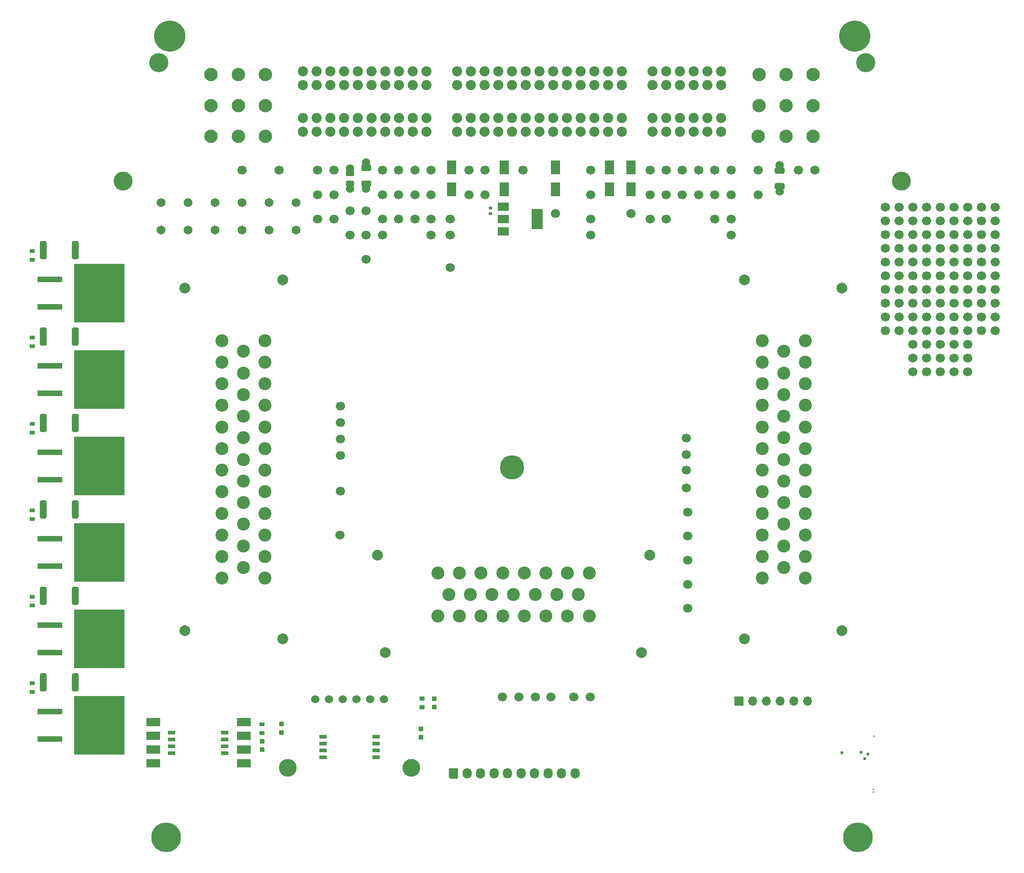
<source format=gts>
G04 #@! TF.GenerationSoftware,KiCad,Pcbnew,(5.99.0-13086-gffd1139cfe)*
G04 #@! TF.CreationDate,2021-11-14T02:18:31+03:00*
G04 #@! TF.ProjectId,proteusM54,70726f74-6575-4734-9d35-342e6b696361,a*
G04 #@! TF.SameCoordinates,PX4d3f640PYcfb5d40*
G04 #@! TF.FileFunction,Soldermask,Top*
G04 #@! TF.FilePolarity,Negative*
%FSLAX46Y46*%
G04 Gerber Fmt 4.6, Leading zero omitted, Abs format (unit mm)*
G04 Created by KiCad (PCBNEW (5.99.0-13086-gffd1139cfe)) date 2021-11-14 02:18:31*
%MOMM*%
%LPD*%
G01*
G04 APERTURE LIST*
%ADD10R,1.800000X2.500000*%
%ADD11R,4.600000X1.100000*%
%ADD12R,9.400000X10.800000*%
%ADD13C,1.700000*%
%ADD14C,5.500000*%
%ADD15R,1.700000X1.700000*%
%ADD16O,1.700000X1.700000*%
%ADD17C,1.650000*%
%ADD18C,2.475000*%
%ADD19C,1.875000*%
%ADD20C,3.525000*%
%ADD21C,5.775000*%
%ADD22C,4.500000*%
%ADD23C,3.302000*%
%ADD24R,1.350000X0.690000*%
%ADD25C,1.524000*%
%ADD26R,2.000000X1.500000*%
%ADD27R,2.000000X3.800000*%
%ADD28O,0.250000X0.499999*%
%ADD29O,0.499999X0.250000*%
%ADD30C,0.599999*%
%ADD31C,3.500000*%
%ADD32R,2.540000X1.520000*%
%ADD33C,2.000000*%
%ADD34C,2.400000*%
%ADD35O,1.700000X1.950000*%
G04 APERTURE END LIST*
D10*
G04 #@! TO.C,D2*
X109000000Y126500000D03*
X109000000Y130500000D03*
G04 #@! TD*
D11*
G04 #@! TO.C,Q1*
X5425000Y93765000D03*
D12*
X14575000Y91225000D03*
D11*
X5425000Y88685000D03*
G04 #@! TD*
D13*
G04 #@! TO.C,P17*
X125500000Y130000000D03*
G04 #@! TD*
G04 #@! TO.C,P68*
X123220000Y80424000D03*
G04 #@! TD*
D11*
G04 #@! TO.C,Q3*
X5425000Y29765000D03*
D12*
X14575000Y27225000D03*
D11*
X5425000Y24685000D03*
G04 #@! TD*
D13*
G04 #@! TO.C,P38*
X70000000Y125500000D03*
G04 #@! TD*
G04 #@! TO.C,R11*
G36*
G01*
X3625000Y113800000D02*
X3625000Y116650000D01*
G75*
G02*
X3875000Y116900000I250000J0D01*
G01*
X4600000Y116900000D01*
G75*
G02*
X4850000Y116650000I0J-250000D01*
G01*
X4850000Y113800000D01*
G75*
G02*
X4600000Y113550000I-250000J0D01*
G01*
X3875000Y113550000D01*
G75*
G02*
X3625000Y113800000I0J250000D01*
G01*
G37*
G36*
G01*
X9550000Y113800000D02*
X9550000Y116650000D01*
G75*
G02*
X9800000Y116900000I250000J0D01*
G01*
X10525000Y116900000D01*
G75*
G02*
X10775000Y116650000I0J-250000D01*
G01*
X10775000Y113800000D01*
G75*
G02*
X10525000Y113550000I-250000J0D01*
G01*
X9800000Y113550000D01*
G75*
G02*
X9550000Y113800000I0J250000D01*
G01*
G37*
G04 #@! TD*
G04 #@! TO.C,G2*
X175290000Y100330000D03*
X175290000Y102870000D03*
X175290000Y105410000D03*
X175290000Y107950000D03*
X175290000Y110490000D03*
X177830000Y100330000D03*
X177830000Y102870000D03*
X177830000Y105410000D03*
X177830000Y107950000D03*
X177830000Y110490000D03*
X180370000Y100330000D03*
X180370000Y102870000D03*
X180370000Y105410000D03*
X180370000Y107950000D03*
X180370000Y110490000D03*
G04 #@! TD*
G04 #@! TO.C,P56*
X70000000Y121000000D03*
G04 #@! TD*
G04 #@! TO.C,R16*
G36*
G01*
X87185000Y121720000D02*
X86815000Y121720000D01*
G75*
G02*
X86680000Y121855000I0J135000D01*
G01*
X86680000Y122125000D01*
G75*
G02*
X86815000Y122260000I135000J0D01*
G01*
X87185000Y122260000D01*
G75*
G02*
X87320000Y122125000I0J-135000D01*
G01*
X87320000Y121855000D01*
G75*
G02*
X87185000Y121720000I-135000J0D01*
G01*
G37*
G36*
G01*
X87185000Y122740000D02*
X86815000Y122740000D01*
G75*
G02*
X86680000Y122875000I0J135000D01*
G01*
X86680000Y123145000D01*
G75*
G02*
X86815000Y123280000I135000J0D01*
G01*
X87185000Y123280000D01*
G75*
G02*
X87320000Y123145000I0J-135000D01*
G01*
X87320000Y122875000D01*
G75*
G02*
X87185000Y122740000I-135000J0D01*
G01*
G37*
G04 #@! TD*
G04 #@! TO.C,P72*
X95280000Y32512000D03*
G04 #@! TD*
G04 #@! TO.C,P34*
X86000000Y130000000D03*
G04 #@! TD*
G04 #@! TO.C,R2*
G36*
G01*
X2590000Y97075000D02*
X1810000Y97075000D01*
G75*
G02*
X1740000Y97145000I0J70000D01*
G01*
X1740000Y97705000D01*
G75*
G02*
X1810000Y97775000I70000J0D01*
G01*
X2590000Y97775000D01*
G75*
G02*
X2660000Y97705000I0J-70000D01*
G01*
X2660000Y97145000D01*
G75*
G02*
X2590000Y97075000I-70000J0D01*
G01*
G37*
G36*
G01*
X2590000Y98675000D02*
X1810000Y98675000D01*
G75*
G02*
X1740000Y98745000I0J70000D01*
G01*
X1740000Y99305000D01*
G75*
G02*
X1810000Y99375000I70000J0D01*
G01*
X2590000Y99375000D01*
G75*
G02*
X2660000Y99305000I0J-70000D01*
G01*
X2660000Y98745000D01*
G75*
G02*
X2590000Y98675000I-70000J0D01*
G01*
G37*
G04 #@! TD*
G04 #@! TO.C,P83*
X59100000Y62500000D03*
G04 #@! TD*
G04 #@! TO.C,P59*
X58000000Y130000000D03*
G04 #@! TD*
G04 #@! TO.C,P82*
X59212000Y70612000D03*
G04 #@! TD*
G04 #@! TO.C,G8*
X175290000Y113030000D03*
X175290000Y115570000D03*
X175290000Y118110000D03*
X175290000Y120650000D03*
X175290000Y123190000D03*
X177830000Y113030000D03*
X177830000Y115570000D03*
X177830000Y118110000D03*
X177830000Y120650000D03*
X177830000Y123190000D03*
X180370000Y113030000D03*
X180370000Y115570000D03*
X180370000Y118110000D03*
X180370000Y120650000D03*
X180370000Y123190000D03*
G04 #@! TD*
D14*
G04 #@! TO.C,J5*
X27000000Y6500000D03*
G04 #@! TD*
D15*
G04 #@! TO.C,J3*
X132950000Y31750000D03*
D16*
X135490000Y31750000D03*
X138030000Y31750000D03*
X140570000Y31750000D03*
X143110000Y31750000D03*
X145650000Y31750000D03*
G04 #@! TD*
D17*
G04 #@! TO.C,F7*
X46000000Y124040000D03*
X46000000Y118960000D03*
G04 #@! TD*
D13*
G04 #@! TO.C,P55*
X73000000Y130000000D03*
G04 #@! TD*
G04 #@! TO.C,C4*
G36*
G01*
X76940000Y30184999D02*
X76260000Y30184999D01*
G75*
G02*
X76175000Y30269999I0J85000D01*
G01*
X76175000Y30949999D01*
G75*
G02*
X76260000Y31034999I85000J0D01*
G01*
X76940000Y31034999D01*
G75*
G02*
X77025000Y30949999I0J-85000D01*
G01*
X77025000Y30269999D01*
G75*
G02*
X76940000Y30184999I-85000J0D01*
G01*
G37*
G36*
G01*
X76940000Y31765001D02*
X76260000Y31765001D01*
G75*
G02*
X76175000Y31850001I0J85000D01*
G01*
X76175000Y32530001D01*
G75*
G02*
X76260000Y32615001I85000J0D01*
G01*
X76940000Y32615001D01*
G75*
G02*
X77025000Y32530001I0J-85000D01*
G01*
X77025000Y31850001D01*
G75*
G02*
X76940000Y31765001I-85000J0D01*
G01*
G37*
G04 #@! TD*
G04 #@! TO.C,P80*
X59212000Y83312000D03*
G04 #@! TD*
D10*
G04 #@! TO.C,D3*
X99000000Y126500000D03*
X99000000Y130500000D03*
G04 #@! TD*
D13*
G04 #@! TO.C,P78*
X59212000Y86360000D03*
G04 #@! TD*
G04 #@! TO.C,P76*
X102392000Y32512000D03*
G04 #@! TD*
G04 #@! TO.C,P50*
X67000000Y125500000D03*
G04 #@! TD*
G04 #@! TO.C,P71*
X123500000Y66700000D03*
G04 #@! TD*
G04 #@! TO.C,R13*
G36*
G01*
X3625000Y65800000D02*
X3625000Y68650000D01*
G75*
G02*
X3875000Y68900000I250000J0D01*
G01*
X4600000Y68900000D01*
G75*
G02*
X4850000Y68650000I0J-250000D01*
G01*
X4850000Y65800000D01*
G75*
G02*
X4600000Y65550000I-250000J0D01*
G01*
X3875000Y65550000D01*
G75*
G02*
X3625000Y65800000I0J250000D01*
G01*
G37*
G36*
G01*
X9550000Y65800000D02*
X9550000Y68650000D01*
G75*
G02*
X9800000Y68900000I250000J0D01*
G01*
X10525000Y68900000D01*
G75*
G02*
X10775000Y68650000I0J-250000D01*
G01*
X10775000Y65800000D01*
G75*
G02*
X10525000Y65550000I-250000J0D01*
G01*
X9800000Y65550000D01*
G75*
G02*
X9550000Y65800000I0J250000D01*
G01*
G37*
G04 #@! TD*
G04 #@! TO.C,P23*
X105500000Y118000000D03*
G04 #@! TD*
G04 #@! TO.C,P46*
X58000000Y121000000D03*
G04 #@! TD*
G04 #@! TO.C,R5*
G36*
G01*
X44312000Y27764001D02*
X45092000Y27764001D01*
G75*
G02*
X45162000Y27694001I0J-70000D01*
G01*
X45162000Y27134001D01*
G75*
G02*
X45092000Y27064001I-70000J0D01*
G01*
X44312000Y27064001D01*
G75*
G02*
X44242000Y27134001I0J70000D01*
G01*
X44242000Y27694001D01*
G75*
G02*
X44312000Y27764001I70000J0D01*
G01*
G37*
G36*
G01*
X44312000Y26164001D02*
X45092000Y26164001D01*
G75*
G02*
X45162000Y26094001I0J-70000D01*
G01*
X45162000Y25534001D01*
G75*
G02*
X45092000Y25464001I-70000J0D01*
G01*
X44312000Y25464001D01*
G75*
G02*
X44242000Y25534001I0J70000D01*
G01*
X44242000Y26094001D01*
G75*
G02*
X44312000Y26164001I70000J0D01*
G01*
G37*
G04 #@! TD*
G04 #@! TO.C,P28*
X79500000Y112000000D03*
G04 #@! TD*
G04 #@! TO.C,P30*
X105500000Y125500000D03*
G04 #@! TD*
G04 #@! TO.C,P61*
X41000000Y130000000D03*
G04 #@! TD*
G04 #@! TO.C,P20*
X116500000Y130000000D03*
G04 #@! TD*
D18*
G04 #@! TO.C,J9*
X146700000Y147700000D03*
X141700000Y147700000D03*
X136700000Y147700000D03*
X146700000Y142000000D03*
X141700000Y142000000D03*
X136700000Y142000000D03*
X146700000Y136300000D03*
X141700000Y136300000D03*
X136540000Y136300000D03*
D19*
X129700000Y148300000D03*
X127160000Y148300000D03*
X124620000Y148300000D03*
X122080000Y148300000D03*
X119540000Y148300000D03*
X117000000Y148300000D03*
X129700000Y145760000D03*
X127160000Y145760000D03*
X124620000Y145760000D03*
X122080000Y145760000D03*
X119540000Y145760000D03*
X117000000Y145760000D03*
X129700000Y139710000D03*
X127160000Y139710000D03*
X124620000Y139710000D03*
X122080000Y139710000D03*
X119540000Y139710000D03*
X117000000Y139710000D03*
X129700000Y137170000D03*
X127160000Y137170000D03*
X124620000Y137170000D03*
X122080000Y137170000D03*
X119540000Y137170000D03*
X117000000Y137170000D03*
X111300000Y148300000D03*
X108760000Y148300000D03*
X106220000Y148300000D03*
X103680000Y148300000D03*
X101140000Y148300000D03*
X98600000Y148300000D03*
X96060000Y148300000D03*
X93520000Y148300000D03*
X90980000Y148300000D03*
X88440000Y148300000D03*
X85900000Y148300000D03*
X83360000Y148300000D03*
X80820000Y148300000D03*
X111300000Y145760000D03*
X108760000Y145760000D03*
X106220000Y145760000D03*
X103680000Y145760000D03*
X101140000Y145760000D03*
X98600000Y145760000D03*
X96060000Y145760000D03*
X93520000Y145760000D03*
X90980000Y145760000D03*
X88440000Y145760000D03*
X85900000Y145760000D03*
X83360000Y145760000D03*
X80820000Y145760000D03*
X111300000Y139710000D03*
X108760000Y139710000D03*
X106220000Y139710000D03*
X103680000Y139710000D03*
X101140000Y139710000D03*
X98600000Y139710000D03*
X96060000Y139710000D03*
X93520000Y139710000D03*
X90980000Y139710000D03*
X88440000Y139710000D03*
X85900000Y139710000D03*
X83360000Y139710000D03*
X80820000Y139710000D03*
X111300000Y137170000D03*
X108760000Y137170000D03*
X106220000Y137170000D03*
X103680000Y137170000D03*
X101140000Y137170000D03*
X98600000Y137170000D03*
X96060000Y137170000D03*
X93520000Y137170000D03*
X90980000Y137170000D03*
X88440000Y137170000D03*
X85900000Y137170000D03*
X83360000Y137170000D03*
X80820000Y137170000D03*
X75100000Y148300000D03*
X72560000Y148300000D03*
X70020000Y148300000D03*
X67480000Y148300000D03*
X64940000Y148300000D03*
X62400000Y148300000D03*
X59860000Y148300000D03*
X57320000Y148300000D03*
X54780000Y148300000D03*
X52240000Y148300000D03*
X75100000Y145760000D03*
X72560000Y145760000D03*
X70020000Y145760000D03*
X67480000Y145760000D03*
X64940000Y145760000D03*
X62400000Y145760000D03*
X59860000Y145760000D03*
X57320000Y145760000D03*
X54780000Y145760000D03*
X52240000Y145760000D03*
X75100000Y139710000D03*
X72560000Y139710000D03*
X70020000Y139710000D03*
X67480000Y139710000D03*
X64940000Y139710000D03*
X62400000Y139710000D03*
X59860000Y139710000D03*
X57320000Y139710000D03*
X54780000Y139710000D03*
X52240000Y139710000D03*
X75100000Y137170000D03*
X72560000Y137170000D03*
X70020000Y137170000D03*
X67480000Y137170000D03*
X64940000Y137170000D03*
X62400000Y137170000D03*
X59860000Y137170000D03*
X57320000Y137170000D03*
X54780000Y137170000D03*
X52240000Y137170000D03*
D18*
X45300000Y147700000D03*
X40300000Y147700000D03*
X35300000Y147700000D03*
X45300000Y142000000D03*
X40300000Y142000000D03*
X35300000Y142000000D03*
X45300000Y136300000D03*
X40300000Y136300000D03*
X35300000Y136300000D03*
D20*
X156400000Y149900000D03*
X25600000Y149900000D03*
D21*
X154350000Y154800000D03*
X27650000Y154800000D03*
G04 #@! TD*
D13*
G04 #@! TO.C,P1*
X144000000Y130000000D03*
G04 #@! TD*
G04 #@! TO.C,G4*
X160050000Y100330000D03*
X160050000Y102870000D03*
X160050000Y105410000D03*
X160050000Y107950000D03*
X160050000Y110490000D03*
X162590000Y100330000D03*
X162590000Y102870000D03*
X162590000Y105410000D03*
X162590000Y107950000D03*
X162590000Y110490000D03*
X165130000Y100330000D03*
X165130000Y102870000D03*
X165130000Y105410000D03*
X165130000Y107950000D03*
X165130000Y110490000D03*
G04 #@! TD*
G04 #@! TO.C,P16*
X128500000Y130000000D03*
G04 #@! TD*
D22*
G04 #@! TO.C,J6*
X91000000Y75000000D03*
G04 #@! TD*
D13*
G04 #@! TO.C,P77*
X105440000Y32512000D03*
G04 #@! TD*
G04 #@! TO.C,P31*
X79500000Y118000000D03*
G04 #@! TD*
D23*
G04 #@! TO.C,U2*
X49470000Y19410000D03*
X72330000Y19410000D03*
D24*
X56000000Y25100000D03*
X56000000Y23830000D03*
X56000000Y22560000D03*
X56000000Y21290000D03*
X65842500Y21290000D03*
X65842500Y25100000D03*
D25*
X67250000Y32110000D03*
X64710000Y32110000D03*
D24*
X65842500Y23830000D03*
D25*
X62170000Y32110000D03*
D24*
X65842500Y22560000D03*
D25*
X59630000Y32110000D03*
X57090000Y32110000D03*
X54550000Y32110000D03*
G04 #@! TD*
D13*
G04 #@! TO.C,P6*
X128500000Y121000000D03*
G04 #@! TD*
D17*
G04 #@! TO.C,F3*
X31000000Y124040000D03*
X31000000Y118960000D03*
G04 #@! TD*
D26*
G04 #@! TO.C,Q7*
X89350000Y123300000D03*
X89350000Y121000000D03*
X89350000Y118700000D03*
D27*
X95650000Y121000000D03*
G04 #@! TD*
G04 #@! TO.C,R4*
G36*
G01*
X2590000Y33075000D02*
X1810000Y33075000D01*
G75*
G02*
X1740000Y33145000I0J70000D01*
G01*
X1740000Y33705000D01*
G75*
G02*
X1810000Y33775000I70000J0D01*
G01*
X2590000Y33775000D01*
G75*
G02*
X2660000Y33705000I0J-70000D01*
G01*
X2660000Y33145000D01*
G75*
G02*
X2590000Y33075000I-70000J0D01*
G01*
G37*
G36*
G01*
X2590000Y34675000D02*
X1810000Y34675000D01*
G75*
G02*
X1740000Y34745000I0J70000D01*
G01*
X1740000Y35305000D01*
G75*
G02*
X1810000Y35375000I70000J0D01*
G01*
X2590000Y35375000D01*
G75*
G02*
X2660000Y35305000I0J-70000D01*
G01*
X2660000Y34745000D01*
G75*
G02*
X2590000Y34675000I-70000J0D01*
G01*
G37*
G04 #@! TD*
D13*
G04 #@! TO.C,P15*
X131500000Y125500000D03*
G04 #@! TD*
G04 #@! TO.C,G3*
X167670000Y100330000D03*
X167670000Y102870000D03*
X167670000Y105410000D03*
X167670000Y107950000D03*
X167670000Y110490000D03*
X170210000Y100330000D03*
X170210000Y102870000D03*
X170210000Y105410000D03*
X170210000Y107950000D03*
X170210000Y110490000D03*
X172750000Y100330000D03*
X172750000Y102870000D03*
X172750000Y105410000D03*
X172750000Y107950000D03*
X172750000Y110490000D03*
G04 #@! TD*
G04 #@! TO.C,P22*
X105500000Y121000000D03*
G04 #@! TD*
G04 #@! TO.C,P74*
X89184000Y32512000D03*
G04 #@! TD*
D10*
G04 #@! TO.C,D1*
X113000000Y126500000D03*
X113000000Y130500000D03*
G04 #@! TD*
D13*
G04 #@! TO.C,P13*
X119500000Y125500000D03*
G04 #@! TD*
G04 #@! TO.C,P8*
X116500000Y121000000D03*
G04 #@! TD*
G04 #@! TO.C,P58*
X67000000Y130000000D03*
G04 #@! TD*
G04 #@! TO.C,P41*
X76000000Y121000000D03*
G04 #@! TD*
G04 #@! TO.C,R1*
G36*
G01*
X60375000Y129950001D02*
X61625000Y129950001D01*
G75*
G02*
X61725000Y129850001I0J-100000D01*
G01*
X61725000Y129050001D01*
G75*
G02*
X61625000Y128950001I-100000J0D01*
G01*
X60375000Y128950001D01*
G75*
G02*
X60275000Y129050001I0J100000D01*
G01*
X60275000Y129850001D01*
G75*
G02*
X60375000Y129950001I100000J0D01*
G01*
G37*
D25*
X61000000Y130405000D03*
X61000000Y126595000D03*
G36*
G01*
X60375000Y128049979D02*
X61625000Y128049979D01*
G75*
G02*
X61725000Y127949979I0J-100000D01*
G01*
X61725000Y127149979D01*
G75*
G02*
X61625000Y127049979I-100000J0D01*
G01*
X60375000Y127049979D01*
G75*
G02*
X60275000Y127149979I0J100000D01*
G01*
X60275000Y127949979D01*
G75*
G02*
X60375000Y128049979I100000J0D01*
G01*
G37*
G04 #@! TD*
G04 #@! TO.C,C1*
G36*
G01*
X44362000Y24729002D02*
X45042000Y24729002D01*
G75*
G02*
X45127000Y24644002I0J-85000D01*
G01*
X45127000Y23964002D01*
G75*
G02*
X45042000Y23879002I-85000J0D01*
G01*
X44362000Y23879002D01*
G75*
G02*
X44277000Y23964002I0J85000D01*
G01*
X44277000Y24644002D01*
G75*
G02*
X44362000Y24729002I85000J0D01*
G01*
G37*
G36*
G01*
X44362000Y23149000D02*
X45042000Y23149000D01*
G75*
G02*
X45127000Y23064000I0J-85000D01*
G01*
X45127000Y22384000D01*
G75*
G02*
X45042000Y22299000I-85000J0D01*
G01*
X44362000Y22299000D01*
G75*
G02*
X44277000Y22384000I0J85000D01*
G01*
X44277000Y23064000D01*
G75*
G02*
X44362000Y23149000I85000J0D01*
G01*
G37*
G04 #@! TD*
D13*
G04 #@! TO.C,P39*
X67000000Y118000000D03*
G04 #@! TD*
D11*
G04 #@! TO.C,Q2*
X5425000Y109765000D03*
D12*
X14575000Y107225000D03*
D11*
X5425000Y104685000D03*
G04 #@! TD*
D28*
G04 #@! TO.C,M2*
X157913334Y25237495D03*
D29*
X157863336Y14887501D03*
X157863336Y15387502D03*
D30*
X156813338Y21937499D03*
X156288338Y21062497D03*
X155538340Y22237501D03*
X151988339Y22162498D03*
G04 #@! TD*
D13*
G04 #@! TO.C,P24*
X99000000Y122000000D03*
G04 #@! TD*
G04 #@! TO.C,P4*
X136500000Y130000000D03*
G04 #@! TD*
G04 #@! TO.C,P2*
X136500000Y125500000D03*
G04 #@! TD*
D25*
G04 #@! TO.C,F1*
X140500000Y130950000D03*
G36*
G01*
X139600000Y129605010D02*
X139600000Y130295010D01*
G75*
G02*
X139830000Y130525010I230000J0D01*
G01*
X141170000Y130525010D01*
G75*
G02*
X141400000Y130295010I0J-230000D01*
G01*
X141400000Y129605010D01*
G75*
G02*
X141170000Y129375010I-230000J0D01*
G01*
X139830000Y129375010D01*
G75*
G02*
X139600000Y129605010I0J230000D01*
G01*
G37*
G36*
G01*
X139600000Y126704990D02*
X139600000Y127394990D01*
G75*
G02*
X139830000Y127624990I230000J0D01*
G01*
X141170000Y127624990D01*
G75*
G02*
X141400000Y127394990I0J-230000D01*
G01*
X141400000Y126704990D01*
G75*
G02*
X141170000Y126474990I-230000J0D01*
G01*
X139830000Y126474990D01*
G75*
G02*
X139600000Y126704990I0J230000D01*
G01*
G37*
X140500000Y126050000D03*
G04 #@! TD*
D10*
G04 #@! TO.C,D5*
X79800000Y126500000D03*
X79800000Y130500000D03*
G04 #@! TD*
D13*
G04 #@! TO.C,P53*
X55000000Y125500000D03*
G04 #@! TD*
G04 #@! TO.C,P67*
X123500000Y62300000D03*
G04 #@! TD*
G04 #@! TO.C,P60*
X55000000Y130000000D03*
G04 #@! TD*
G04 #@! TO.C,P52*
X58000000Y125500000D03*
G04 #@! TD*
D31*
G04 #@! TO.C,J2*
X163000000Y128000000D03*
G04 #@! TD*
D13*
G04 #@! TO.C,P45*
X61000000Y122500000D03*
G04 #@! TD*
G04 #@! TO.C,P65*
X123500000Y48900000D03*
G04 #@! TD*
G04 #@! TO.C,P7*
X119500000Y121000000D03*
G04 #@! TD*
G04 #@! TO.C,C2*
G36*
G01*
X48642000Y25499000D02*
X47962000Y25499000D01*
G75*
G02*
X47877000Y25584000I0J85000D01*
G01*
X47877000Y26264000D01*
G75*
G02*
X47962000Y26349000I85000J0D01*
G01*
X48642000Y26349000D01*
G75*
G02*
X48727000Y26264000I0J-85000D01*
G01*
X48727000Y25584000D01*
G75*
G02*
X48642000Y25499000I-85000J0D01*
G01*
G37*
G36*
G01*
X48642000Y27079002D02*
X47962000Y27079002D01*
G75*
G02*
X47877000Y27164002I0J85000D01*
G01*
X47877000Y27844002D01*
G75*
G02*
X47962000Y27929002I85000J0D01*
G01*
X48642000Y27929002D01*
G75*
G02*
X48727000Y27844002I0J-85000D01*
G01*
X48727000Y27164002D01*
G75*
G02*
X48642000Y27079002I-85000J0D01*
G01*
G37*
G04 #@! TD*
G04 #@! TO.C,R14*
G36*
G01*
X3625000Y49800000D02*
X3625000Y52650000D01*
G75*
G02*
X3875000Y52900000I250000J0D01*
G01*
X4600000Y52900000D01*
G75*
G02*
X4850000Y52650000I0J-250000D01*
G01*
X4850000Y49800000D01*
G75*
G02*
X4600000Y49550000I-250000J0D01*
G01*
X3875000Y49550000D01*
G75*
G02*
X3625000Y49800000I0J250000D01*
G01*
G37*
G36*
G01*
X9550000Y49800000D02*
X9550000Y52650000D01*
G75*
G02*
X9800000Y52900000I250000J0D01*
G01*
X10525000Y52900000D01*
G75*
G02*
X10775000Y52650000I0J-250000D01*
G01*
X10775000Y49800000D01*
G75*
G02*
X10525000Y49550000I-250000J0D01*
G01*
X9800000Y49550000D01*
G75*
G02*
X9550000Y49800000I0J250000D01*
G01*
G37*
G04 #@! TD*
G04 #@! TO.C,P63*
X123200000Y71200000D03*
G04 #@! TD*
G04 #@! TO.C,R12*
G36*
G01*
X3625000Y33800000D02*
X3625000Y36650000D01*
G75*
G02*
X3875000Y36900000I250000J0D01*
G01*
X4600000Y36900000D01*
G75*
G02*
X4850000Y36650000I0J-250000D01*
G01*
X4850000Y33800000D01*
G75*
G02*
X4600000Y33550000I-250000J0D01*
G01*
X3875000Y33550000D01*
G75*
G02*
X3625000Y33800000I0J250000D01*
G01*
G37*
G36*
G01*
X9550000Y33800000D02*
X9550000Y36650000D01*
G75*
G02*
X9800000Y36900000I250000J0D01*
G01*
X10525000Y36900000D01*
G75*
G02*
X10775000Y36650000I0J-250000D01*
G01*
X10775000Y33800000D01*
G75*
G02*
X10525000Y33550000I-250000J0D01*
G01*
X9800000Y33550000D01*
G75*
G02*
X9550000Y33800000I0J250000D01*
G01*
G37*
G04 #@! TD*
G04 #@! TO.C,P47*
X55000000Y121000000D03*
G04 #@! TD*
G04 #@! TO.C,P54*
X76000000Y130000000D03*
G04 #@! TD*
D11*
G04 #@! TO.C,Q6*
X5425000Y77765000D03*
D12*
X14575000Y75225000D03*
D11*
X5425000Y72685000D03*
G04 #@! TD*
D17*
G04 #@! TO.C,F6*
X41000000Y124040000D03*
X41000000Y118960000D03*
G04 #@! TD*
D13*
G04 #@! TO.C,P11*
X125500000Y125500000D03*
G04 #@! TD*
G04 #@! TO.C,G5*
X167670000Y113030000D03*
X167670000Y115570000D03*
X167670000Y118110000D03*
X167670000Y120650000D03*
X167670000Y123190000D03*
X170210000Y113030000D03*
X170210000Y115570000D03*
X170210000Y118110000D03*
X170210000Y120650000D03*
X170210000Y123190000D03*
X172750000Y113030000D03*
X172750000Y115570000D03*
X172750000Y118110000D03*
X172750000Y120650000D03*
X172750000Y123190000D03*
G04 #@! TD*
G04 #@! TO.C,P48*
X76000000Y125500000D03*
G04 #@! TD*
G04 #@! TO.C,P62*
X47900000Y130000000D03*
G04 #@! TD*
G04 #@! TO.C,R3*
G36*
G01*
X2590000Y113075000D02*
X1810000Y113075000D01*
G75*
G02*
X1740000Y113145000I0J70000D01*
G01*
X1740000Y113705000D01*
G75*
G02*
X1810000Y113775000I70000J0D01*
G01*
X2590000Y113775000D01*
G75*
G02*
X2660000Y113705000I0J-70000D01*
G01*
X2660000Y113145000D01*
G75*
G02*
X2590000Y113075000I-70000J0D01*
G01*
G37*
G36*
G01*
X2590000Y114675000D02*
X1810000Y114675000D01*
G75*
G02*
X1740000Y114745000I0J70000D01*
G01*
X1740000Y115305000D01*
G75*
G02*
X1810000Y115375000I70000J0D01*
G01*
X2590000Y115375000D01*
G75*
G02*
X2660000Y115305000I0J-70000D01*
G01*
X2660000Y114745000D01*
G75*
G02*
X2590000Y114675000I-70000J0D01*
G01*
G37*
G04 #@! TD*
D31*
G04 #@! TO.C,J1*
X19000000Y128000000D03*
G04 #@! TD*
D11*
G04 #@! TO.C,Q4*
X5425000Y61765000D03*
D12*
X14575000Y59225000D03*
D11*
X5425000Y56685000D03*
G04 #@! TD*
D13*
G04 #@! TO.C,P21*
X131500000Y130000000D03*
G04 #@! TD*
G04 #@! TO.C,P70*
X123200000Y74500000D03*
G04 #@! TD*
G04 #@! TO.C,P14*
X116500000Y125500000D03*
G04 #@! TD*
G04 #@! TO.C,P64*
X123500000Y57800000D03*
G04 #@! TD*
G04 #@! TO.C,P73*
X98200000Y32500000D03*
G04 #@! TD*
G04 #@! TO.C,P5*
X131500000Y118000000D03*
G04 #@! TD*
G04 #@! TO.C,P79*
X59212000Y80264000D03*
G04 #@! TD*
G04 #@! TO.C,P35*
X83000000Y130000000D03*
G04 #@! TD*
G04 #@! TO.C,R10*
G36*
G01*
X3625000Y97800000D02*
X3625000Y100650000D01*
G75*
G02*
X3875000Y100900000I250000J0D01*
G01*
X4600000Y100900000D01*
G75*
G02*
X4850000Y100650000I0J-250000D01*
G01*
X4850000Y97800000D01*
G75*
G02*
X4600000Y97550000I-250000J0D01*
G01*
X3875000Y97550000D01*
G75*
G02*
X3625000Y97800000I0J250000D01*
G01*
G37*
G36*
G01*
X9550000Y97800000D02*
X9550000Y100650000D01*
G75*
G02*
X9800000Y100900000I250000J0D01*
G01*
X10525000Y100900000D01*
G75*
G02*
X10775000Y100650000I0J-250000D01*
G01*
X10775000Y97800000D01*
G75*
G02*
X10525000Y97550000I-250000J0D01*
G01*
X9800000Y97550000D01*
G75*
G02*
X9550000Y97800000I0J250000D01*
G01*
G37*
G04 #@! TD*
G04 #@! TO.C,P37*
X73000000Y121000000D03*
G04 #@! TD*
G04 #@! TO.C,P27*
X83000000Y125500000D03*
G04 #@! TD*
D25*
G04 #@! TO.C,F2*
X64000000Y131450000D03*
G36*
G01*
X63100000Y130105010D02*
X63100000Y130795010D01*
G75*
G02*
X63330000Y131025010I230000J0D01*
G01*
X64670000Y131025010D01*
G75*
G02*
X64900000Y130795010I0J-230000D01*
G01*
X64900000Y130105010D01*
G75*
G02*
X64670000Y129875010I-230000J0D01*
G01*
X63330000Y129875010D01*
G75*
G02*
X63100000Y130105010I0J230000D01*
G01*
G37*
G36*
G01*
X63100000Y127204990D02*
X63100000Y127894990D01*
G75*
G02*
X63330000Y128124990I230000J0D01*
G01*
X64670000Y128124990D01*
G75*
G02*
X64900000Y127894990I0J-230000D01*
G01*
X64900000Y127204990D01*
G75*
G02*
X64670000Y126974990I-230000J0D01*
G01*
X63330000Y126974990D01*
G75*
G02*
X63100000Y127204990I0J230000D01*
G01*
G37*
X64000000Y126550000D03*
G04 #@! TD*
D13*
G04 #@! TO.C,G6*
X175290000Y92710000D03*
X172750000Y92710000D03*
X170210000Y92710000D03*
X167670000Y92710000D03*
X165130000Y92710000D03*
X175290000Y95250000D03*
X172750000Y95250000D03*
X170210000Y95250000D03*
X167670000Y95250000D03*
X165130000Y95250000D03*
X175290000Y97790000D03*
X172750000Y97790000D03*
X170210000Y97790000D03*
X167670000Y97790000D03*
X165130000Y97790000D03*
G04 #@! TD*
G04 #@! TO.C,P36*
X76000000Y118000000D03*
G04 #@! TD*
G04 #@! TO.C,P44*
X64000000Y113500000D03*
G04 #@! TD*
G04 #@! TO.C,P66*
X123500000Y53300000D03*
G04 #@! TD*
D11*
G04 #@! TO.C,Q5*
X5425000Y45765000D03*
D12*
X14575000Y43225000D03*
D11*
X5425000Y40685000D03*
G04 #@! TD*
D13*
G04 #@! TO.C,P51*
X61000000Y118000000D03*
G04 #@! TD*
G04 #@! TO.C,C3*
G36*
G01*
X73760000Y27015001D02*
X74440000Y27015001D01*
G75*
G02*
X74525000Y26930001I0J-85000D01*
G01*
X74525000Y26250001D01*
G75*
G02*
X74440000Y26165001I-85000J0D01*
G01*
X73760000Y26165001D01*
G75*
G02*
X73675000Y26250001I0J85000D01*
G01*
X73675000Y26930001D01*
G75*
G02*
X73760000Y27015001I85000J0D01*
G01*
G37*
G36*
G01*
X73760000Y25434999D02*
X74440000Y25434999D01*
G75*
G02*
X74525000Y25349999I0J-85000D01*
G01*
X74525000Y24669999D01*
G75*
G02*
X74440000Y24584999I-85000J0D01*
G01*
X73760000Y24584999D01*
G75*
G02*
X73675000Y24669999I0J85000D01*
G01*
X73675000Y25349999D01*
G75*
G02*
X73760000Y25434999I85000J0D01*
G01*
G37*
G04 #@! TD*
D17*
G04 #@! TO.C,F8*
X36000000Y124040000D03*
X36000000Y118960000D03*
G04 #@! TD*
G04 #@! TO.C,F5*
X51000000Y124040000D03*
X51000000Y118960000D03*
G04 #@! TD*
D13*
G04 #@! TO.C,P49*
X73000000Y125500000D03*
G04 #@! TD*
G04 #@! TO.C,P29*
X113000000Y122000000D03*
G04 #@! TD*
G04 #@! TO.C,P57*
X70000000Y130000000D03*
G04 #@! TD*
D24*
G04 #@! TO.C,U1*
X37826000Y22095000D03*
D32*
X41382000Y20195000D03*
X41382000Y22735000D03*
D24*
X37826000Y23365000D03*
D32*
X41382000Y25275000D03*
D24*
X37826000Y24635000D03*
D32*
X41382000Y27815000D03*
D24*
X37826000Y25905000D03*
X27983500Y25905000D03*
D32*
X24618000Y27815000D03*
X24618000Y25275000D03*
D24*
X27983500Y24635000D03*
D32*
X24618000Y22735000D03*
D24*
X27983500Y23365000D03*
X27983500Y22095000D03*
D32*
X24618000Y20195000D03*
G04 #@! TD*
D13*
G04 #@! TO.C,P33*
X105500000Y130000000D03*
G04 #@! TD*
G04 #@! TO.C,R6*
G36*
G01*
X73910000Y32550000D02*
X74690000Y32550000D01*
G75*
G02*
X74760000Y32480000I0J-70000D01*
G01*
X74760000Y31920000D01*
G75*
G02*
X74690000Y31850000I-70000J0D01*
G01*
X73910000Y31850000D01*
G75*
G02*
X73840000Y31920000I0J70000D01*
G01*
X73840000Y32480000D01*
G75*
G02*
X73910000Y32550000I70000J0D01*
G01*
G37*
G36*
G01*
X73910000Y30950000D02*
X74690000Y30950000D01*
G75*
G02*
X74760000Y30880000I0J-70000D01*
G01*
X74760000Y30320000D01*
G75*
G02*
X74690000Y30250000I-70000J0D01*
G01*
X73910000Y30250000D01*
G75*
G02*
X73840000Y30320000I0J70000D01*
G01*
X73840000Y30880000D01*
G75*
G02*
X73910000Y30950000I70000J0D01*
G01*
G37*
G04 #@! TD*
G04 #@! TO.C,P81*
X59200000Y77200000D03*
G04 #@! TD*
G04 #@! TO.C,R7*
G36*
G01*
X2590000Y65075000D02*
X1810000Y65075000D01*
G75*
G02*
X1740000Y65145000I0J70000D01*
G01*
X1740000Y65705000D01*
G75*
G02*
X1810000Y65775000I70000J0D01*
G01*
X2590000Y65775000D01*
G75*
G02*
X2660000Y65705000I0J-70000D01*
G01*
X2660000Y65145000D01*
G75*
G02*
X2590000Y65075000I-70000J0D01*
G01*
G37*
G36*
G01*
X2590000Y66675000D02*
X1810000Y66675000D01*
G75*
G02*
X1740000Y66745000I0J70000D01*
G01*
X1740000Y67305000D01*
G75*
G02*
X1810000Y67375000I70000J0D01*
G01*
X2590000Y67375000D01*
G75*
G02*
X2660000Y67305000I0J-70000D01*
G01*
X2660000Y66745000D01*
G75*
G02*
X2590000Y66675000I-70000J0D01*
G01*
G37*
G04 #@! TD*
G04 #@! TO.C,G7*
X160050000Y113030000D03*
X160050000Y115570000D03*
X160050000Y118110000D03*
X160050000Y120650000D03*
X160050000Y123190000D03*
X162590000Y113030000D03*
X162590000Y115570000D03*
X162590000Y118110000D03*
X162590000Y120650000D03*
X162590000Y123190000D03*
X165130000Y113030000D03*
X165130000Y115570000D03*
X165130000Y118110000D03*
X165130000Y120650000D03*
X165130000Y123190000D03*
G04 #@! TD*
G04 #@! TO.C,P26*
X86000000Y125500000D03*
G04 #@! TD*
G04 #@! TO.C,P3*
X147000000Y130000000D03*
G04 #@! TD*
G04 #@! TO.C,R8*
G36*
G01*
X2590000Y49075000D02*
X1810000Y49075000D01*
G75*
G02*
X1740000Y49145000I0J70000D01*
G01*
X1740000Y49705000D01*
G75*
G02*
X1810000Y49775000I70000J0D01*
G01*
X2590000Y49775000D01*
G75*
G02*
X2660000Y49705000I0J-70000D01*
G01*
X2660000Y49145000D01*
G75*
G02*
X2590000Y49075000I-70000J0D01*
G01*
G37*
G36*
G01*
X2590000Y50675000D02*
X1810000Y50675000D01*
G75*
G02*
X1740000Y50745000I0J70000D01*
G01*
X1740000Y51305000D01*
G75*
G02*
X1810000Y51375000I70000J0D01*
G01*
X2590000Y51375000D01*
G75*
G02*
X2660000Y51305000I0J-70000D01*
G01*
X2660000Y50745000D01*
G75*
G02*
X2590000Y50675000I-70000J0D01*
G01*
G37*
G04 #@! TD*
D33*
G04 #@! TO.C,BRD1*
X116450001Y58775000D03*
X30450001Y108175000D03*
X152050001Y108175000D03*
X66050001Y58775000D03*
X133950001Y43275000D03*
X30450001Y44775000D03*
X48550001Y109675000D03*
X114950001Y40675000D03*
X152050001Y44775000D03*
X48550001Y43275000D03*
X67550001Y40675000D03*
X133950001Y109675000D03*
D34*
X145250001Y54475000D03*
X145250001Y58475000D03*
X145250001Y62475000D03*
X145250001Y66475000D03*
X145250001Y70475000D03*
X145250001Y74475000D03*
X145250001Y78475000D03*
X145250001Y82475000D03*
X145250001Y86475000D03*
X145250001Y90475000D03*
X145250001Y94475000D03*
X145250001Y98475000D03*
X141250001Y56475000D03*
X141250001Y60475000D03*
X141250001Y64475000D03*
X141250001Y68475000D03*
X141250001Y72475000D03*
X141250001Y76475000D03*
X141250001Y80475000D03*
X141250001Y84475000D03*
X141250001Y88475000D03*
X141250001Y92475000D03*
X141250001Y96475000D03*
X137250001Y54475000D03*
X137250001Y58475000D03*
X137250001Y62475000D03*
X137250001Y66475000D03*
X137250001Y70475000D03*
X137250001Y74475000D03*
X137250001Y78475000D03*
X137250001Y82475000D03*
X137250001Y86475000D03*
X137250001Y90475000D03*
X137250001Y94475000D03*
X137250001Y98475000D03*
X77250001Y47475000D03*
X81250001Y47475000D03*
X85250001Y47475000D03*
X89250001Y47475000D03*
X93250001Y47475000D03*
X97250001Y47475000D03*
X101250001Y47475000D03*
X105250001Y47475000D03*
X79250001Y51475000D03*
X83250001Y51475000D03*
X87250001Y51475000D03*
X91250001Y51475000D03*
X95250001Y51475000D03*
X99250001Y51475000D03*
X103250001Y51475000D03*
X77250001Y55475000D03*
X81250001Y55475000D03*
X85250001Y55475000D03*
X89250001Y55475000D03*
X93250001Y55475000D03*
X97250001Y55475000D03*
X101250001Y55475000D03*
X105250001Y55475000D03*
X37250001Y98475000D03*
X37250001Y94475000D03*
X37250001Y90475000D03*
X37250001Y86475000D03*
X37250001Y82475000D03*
X37250001Y78475000D03*
X37250001Y74475000D03*
X37250001Y70475000D03*
X37250001Y66475000D03*
X37250001Y62475000D03*
X37250001Y58475000D03*
X37250001Y54475000D03*
X41250001Y96475000D03*
X41250001Y92475000D03*
X41250001Y88475000D03*
X41250001Y84475000D03*
X41250001Y80475000D03*
X41250001Y76475000D03*
X41250001Y72475000D03*
X41250001Y68475000D03*
X41250001Y64475000D03*
X41250001Y60475000D03*
X41250001Y56475000D03*
X45250001Y98475000D03*
X45250001Y94475000D03*
X45250001Y90475000D03*
X45250001Y86475000D03*
X45250001Y82475000D03*
X45250001Y78475000D03*
X45250001Y74475000D03*
X45250001Y70475000D03*
X45250001Y66475000D03*
X45250001Y62475000D03*
X45250001Y58475000D03*
X45250001Y54475000D03*
G04 #@! TD*
D13*
G04 #@! TO.C,P75*
X92232000Y32512000D03*
G04 #@! TD*
G04 #@! TO.C,J10*
G36*
G01*
X79300000Y17625000D02*
X79300000Y19075000D01*
G75*
G02*
X79550000Y19325000I250000J0D01*
G01*
X80750000Y19325000D01*
G75*
G02*
X81000000Y19075000I0J-250000D01*
G01*
X81000000Y17625000D01*
G75*
G02*
X80750000Y17375000I-250000J0D01*
G01*
X79550000Y17375000D01*
G75*
G02*
X79300000Y17625000I0J250000D01*
G01*
G37*
D35*
X82650000Y18350000D03*
X85150000Y18350000D03*
X87650000Y18350000D03*
X90150000Y18350000D03*
X92650000Y18350000D03*
X95150000Y18350000D03*
X97650000Y18350000D03*
X100150000Y18350000D03*
X102650000Y18350000D03*
G04 #@! TD*
D14*
G04 #@! TO.C,J4*
X155000000Y6500000D03*
G04 #@! TD*
D17*
G04 #@! TO.C,F4*
X26000000Y124040000D03*
X26000000Y118960000D03*
G04 #@! TD*
G04 #@! TO.C,R9*
G36*
G01*
X2590000Y81075000D02*
X1810000Y81075000D01*
G75*
G02*
X1740000Y81145000I0J70000D01*
G01*
X1740000Y81705000D01*
G75*
G02*
X1810000Y81775000I70000J0D01*
G01*
X2590000Y81775000D01*
G75*
G02*
X2660000Y81705000I0J-70000D01*
G01*
X2660000Y81145000D01*
G75*
G02*
X2590000Y81075000I-70000J0D01*
G01*
G37*
G36*
G01*
X2590000Y82675000D02*
X1810000Y82675000D01*
G75*
G02*
X1740000Y82745000I0J70000D01*
G01*
X1740000Y83305000D01*
G75*
G02*
X1810000Y83375000I70000J0D01*
G01*
X2590000Y83375000D01*
G75*
G02*
X2660000Y83305000I0J-70000D01*
G01*
X2660000Y82745000D01*
G75*
G02*
X2590000Y82675000I-70000J0D01*
G01*
G37*
G04 #@! TD*
D13*
G04 #@! TO.C,P12*
X122500000Y125500000D03*
G04 #@! TD*
G04 #@! TO.C,P18*
X122500000Y130000000D03*
G04 #@! TD*
D10*
G04 #@! TO.C,D4*
X89500000Y126500000D03*
X89500000Y130500000D03*
G04 #@! TD*
D13*
G04 #@! TO.C,P43*
X64000000Y122500000D03*
G04 #@! TD*
G04 #@! TO.C,P69*
X123220000Y77376000D03*
G04 #@! TD*
G04 #@! TO.C,P10*
X128500000Y125500000D03*
G04 #@! TD*
G04 #@! TO.C,P32*
X79500000Y121000000D03*
G04 #@! TD*
G04 #@! TO.C,P42*
X67000000Y121000000D03*
G04 #@! TD*
G04 #@! TO.C,R15*
G36*
G01*
X3625000Y81800000D02*
X3625000Y84650000D01*
G75*
G02*
X3875000Y84900000I250000J0D01*
G01*
X4600000Y84900000D01*
G75*
G02*
X4850000Y84650000I0J-250000D01*
G01*
X4850000Y81800000D01*
G75*
G02*
X4600000Y81550000I-250000J0D01*
G01*
X3875000Y81550000D01*
G75*
G02*
X3625000Y81800000I0J250000D01*
G01*
G37*
G36*
G01*
X9550000Y81800000D02*
X9550000Y84650000D01*
G75*
G02*
X9800000Y84900000I250000J0D01*
G01*
X10525000Y84900000D01*
G75*
G02*
X10775000Y84650000I0J-250000D01*
G01*
X10775000Y81800000D01*
G75*
G02*
X10525000Y81550000I-250000J0D01*
G01*
X9800000Y81550000D01*
G75*
G02*
X9550000Y81800000I0J250000D01*
G01*
G37*
G04 #@! TD*
G04 #@! TO.C,P40*
X64000000Y118000000D03*
G04 #@! TD*
G04 #@! TO.C,P9*
X131500000Y121000000D03*
G04 #@! TD*
G04 #@! TO.C,P19*
X119500000Y130000000D03*
G04 #@! TD*
G04 #@! TO.C,P25*
X93000000Y130000000D03*
G04 #@! TD*
M02*

</source>
